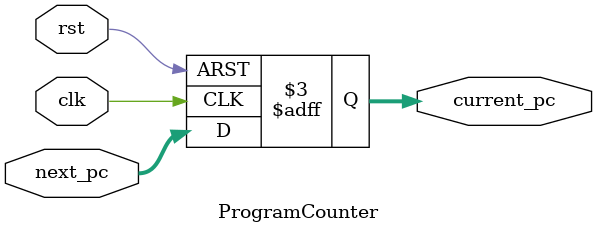
<source format=v>
module ProgramCounter(
    input clk,
    input rst,
    input [31:0] next_pc,
    output reg [31:0] current_pc
);
    initial begin
        current_pc = 32'h0000_0000; 
    end

    always @(posedge clk or posedge rst) begin
        if (rst)
            current_pc <= 32'h0000_0000;
        else
            current_pc <= next_pc;
    end
endmodule
</source>
